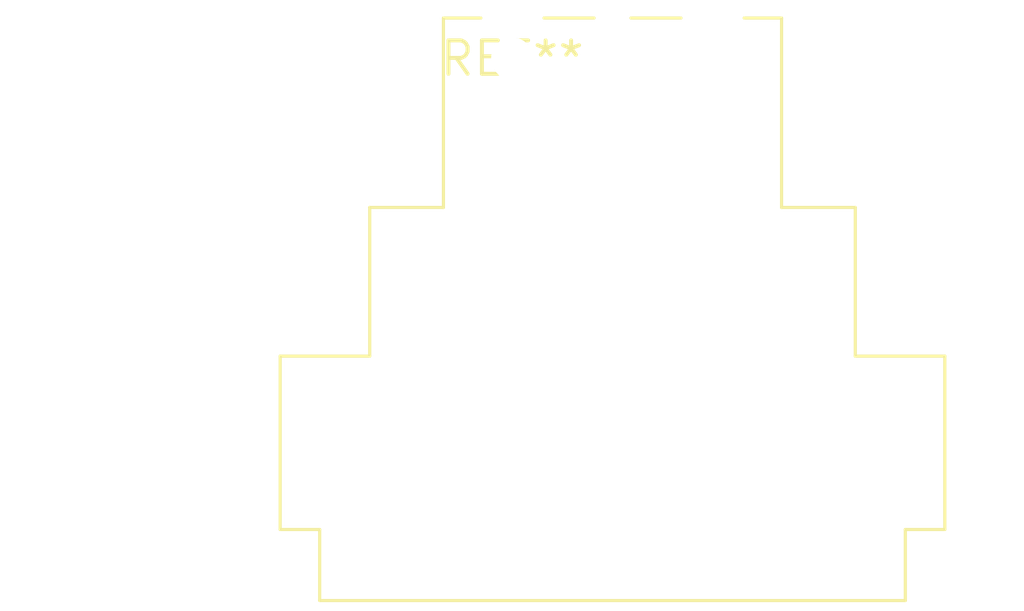
<source format=kicad_pcb>
(kicad_pcb (version 20240108) (generator pcbnew)
  (layers (0 "F.Cu" signal) (31 "B.Cu" signal) (34 "B.Paste" user) (35 "F.Paste" user) (36 "B.SilkS" user "B.Silkscreen") (37 "F.SilkS" user "F.Silkscreen") (38 "B.Mask" user) (39 "F.Mask" user) (44 "Edge.Cuts" user))
  (net 0 "")
  (footprint "Jack_XLR_Neutrik_NC3MBH-1_Horizontal" (layer "F.Cu") (at 0 0)
    (property "Reference" "REF**")
    (property "Value" "Jack_XLR_Neutrik_NC3MBH-1_Horizontal")
    (fp_line (start -8.81 11.31) (end -5.41 11.31) (layer "F.SilkS") (stroke (width 0.12)))
    (fp_line (start -8.81 17.9) (end -8.81 11.31) (layer "F.SilkS") (stroke (width 0.12)))
    (fp_line (start -7.31 17.9) (end -8.81 17.9) (layer "F.SilkS") (stroke (width 0.12)))
    (fp_line (start -7.31 17.9) (end -7.31 20.6) (layer "F.SilkS") (stroke (width 0.12)))
    (fp_line (start -5.41 11.31) (end -5.41 5.66) (layer "F.SilkS") (stroke (width 0.12)))
    (fp_line (start -2.61 5.66) (end -5.41 5.66) (layer "F.SilkS") (stroke (width 0.12)))
    (fp_line (start -2.61 5.66) (end -2.61 -1.54) (layer "F.SilkS") (stroke (width 0.12)))
    (fp_line (start -1.19 -1.54) (end -2.61 -1.54) (layer "F.SilkS") (stroke (width 0.12)))
    (fp_line (start 3.11 -1.54) (end 1.21 -1.54) (layer "F.SilkS") (stroke (width 0.12)))
    (fp_line (start 4.51 -1.54) (end 6.41 -1.54) (layer "F.SilkS") (stroke (width 0.12)))
    (fp_line (start 10.23 -1.54) (end 8.81 -1.54) (layer "F.SilkS") (stroke (width 0.12)))
    (fp_line (start 10.23 5.66) (end 10.23 -1.54) (layer "F.SilkS") (stroke (width 0.12)))
    (fp_line (start 10.23 5.66) (end 13.03 5.66) (layer "F.SilkS") (stroke (width 0.12)))
    (fp_line (start 13.03 11.31) (end 13.03 5.66) (layer "F.SilkS") (stroke (width 0.12)))
    (fp_line (start 13.03 11.31) (end 16.43 11.31) (layer "F.SilkS") (stroke (width 0.12)))
    (fp_line (start 14.93 17.9) (end 14.93 20.6) (layer "F.SilkS") (stroke (width 0.12)))
    (fp_line (start 14.93 20.6) (end -7.31 20.6) (layer "F.SilkS") (stroke (width 0.12)))
    (fp_line (start 16.43 17.9) (end 14.93 17.9) (layer "F.SilkS") (stroke (width 0.12)))
    (fp_line (start 16.43 17.9) (end 16.43 11.31) (layer "F.SilkS") (stroke (width 0.12)))
    (pad "" np_thru_hole circle (at 0 8.89) (size 1.6 1.6) (drill 1.6) (layers *.Cu *.Mask))
    (pad "" np_thru_hole circle (at 7.62 13.97) (size 1.6 1.6) (drill 1.6) (layers *.Cu *.Mask))
    (pad "1" thru_hole circle (at 0 0) (size 3.4 3.4) (drill 1.6) (layers *.Cu *.Mask) (remove_unused_layers))
    (pad "2" thru_hole circle (at 7.62 0) (size 3.4 3.4) (drill 1.6) (layers *.Cu *.Mask) (remove_unused_layers))
    (pad "3" thru_hole circle (at 3.81 0) (size 2.9 2.9) (drill 1.2) (layers *.Cu *.Mask) (remove_unused_layers))
  )
)
</source>
